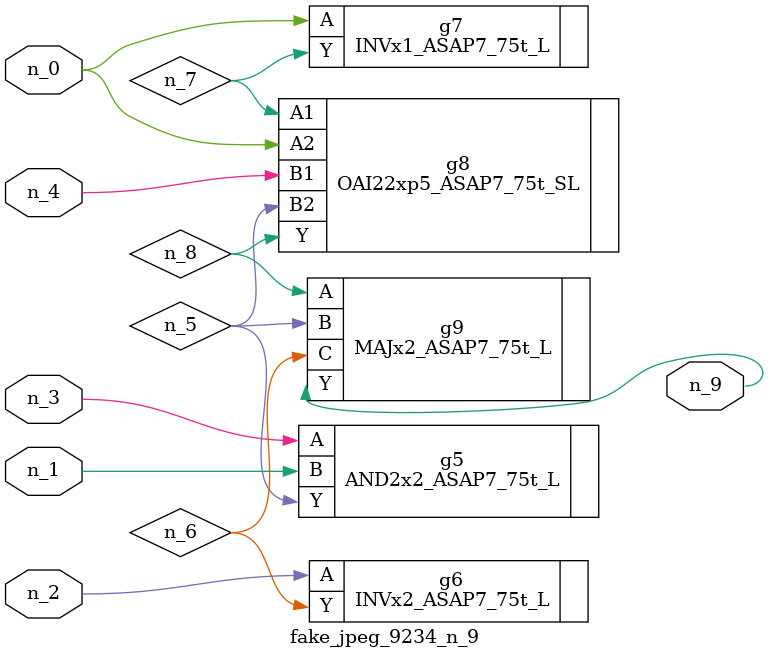
<source format=v>
module fake_jpeg_9234_n_9 (n_3, n_2, n_1, n_0, n_4, n_9);

input n_3;
input n_2;
input n_1;
input n_0;
input n_4;

output n_9;

wire n_8;
wire n_6;
wire n_5;
wire n_7;

AND2x2_ASAP7_75t_L g5 ( 
.A(n_3),
.B(n_1),
.Y(n_5)
);

INVx2_ASAP7_75t_L g6 ( 
.A(n_2),
.Y(n_6)
);

INVx1_ASAP7_75t_L g7 ( 
.A(n_0),
.Y(n_7)
);

OAI22xp5_ASAP7_75t_SL g8 ( 
.A1(n_7),
.A2(n_0),
.B1(n_4),
.B2(n_5),
.Y(n_8)
);

MAJx2_ASAP7_75t_L g9 ( 
.A(n_8),
.B(n_5),
.C(n_6),
.Y(n_9)
);


endmodule
</source>
